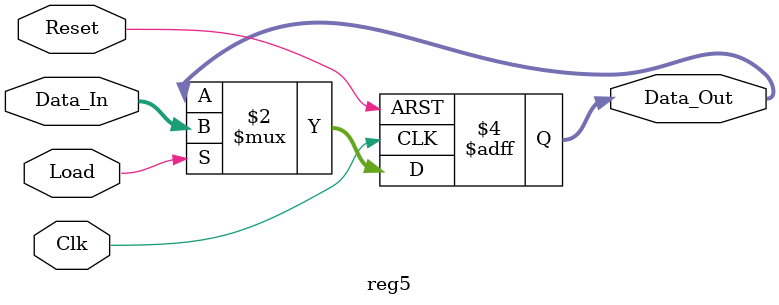
<source format=sv>
module reg5 (input  logic Clk, Reset, Load,
              input  logic [4:0]  Data_In,	
              output logic [4:0]  Data_Out);	

    always_ff @ (posedge Clk or posedge Reset)	
    begin
	 	 if (Reset)
			  Data_Out <= 5'b00000;
		 else if (Load)
			  Data_Out <= Data_In;
    end

endmodule

</source>
